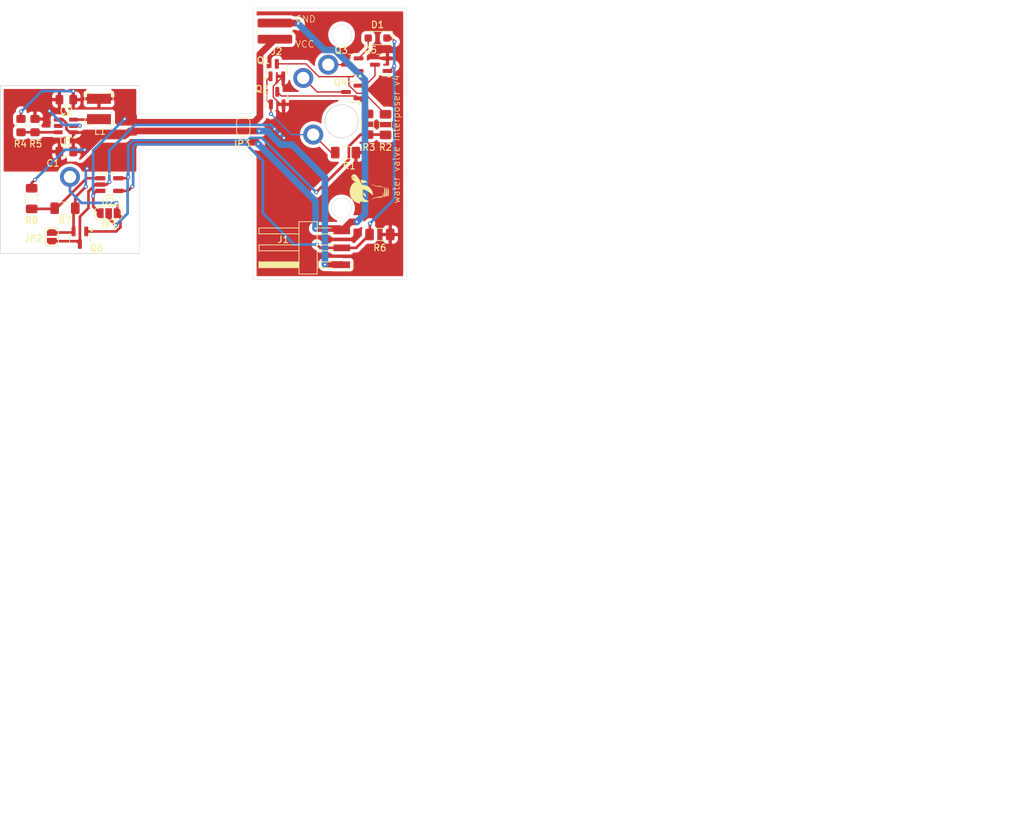
<source format=kicad_pcb>
(kicad_pcb (version 20240108) (generator "pcbnew") (generator_version "8.0")
  (title_block (title "Water Valve Interposer v4") (rev "1") (company "ColossalTurtle"))
  (layers (0 "F.Cu" signal) (31 "B.Cu" signal) (34 "B.Paste" user) (35 "F.Paste" user) (36 "B.SilkS" user "B.Silkscreen") (37 "F.SilkS" user "F.Silkscreen") (38 "B.Mask" user) (39 "F.Mask" user) (44 "Edge.Cuts" user))
  (net 0 "")
  (net 1 "GND")
  (net 2 "/Pad_C")
  (net 3 "/nPad_Ca")
  (net 4 "/nPad_Cb")
  (net 5 "Net-(D1-A)")
  (net 6 "/ctrl")
  (net 7 "/Pad_5")
  (net 8 "/Pad_6")
  (net 9 "VCC")
  (net 10 "Net-(Q4-S)")
  (net 11 "+3V0")
  (net 12 "Net-(U1-SW)")
  (net 13 "Net-(U1-FB)")
  (net 15 "Net-(U2-+)")
  (net 16 "/Pad_1")
  (net 17 "/SW_3V0")
  (net 18 "/SW_GND")
  (footprint "Inductor_SMD:L_Bourns-SRN4018" (layer "F.Cu") (at 144.6 72.4 90)
    (property "Reference" "L1" (at -3.35 0.15 0) (layer "F.SilkS"))
    (property "Value" "2.2u")
    (pad "1" smd rect (at -1.525 0 90) (size 1.5 3.6) (layers "F.Cu" "F.Paste" "F.Mask") (net 12 "Net-(U1-SW)"))
    (pad "2" smd rect (at 1.525 0 90) (size 1.5 3.6) (layers "F.Cu" "F.Paste" "F.Mask") (net 11 "+3V0"))
  )
  (footprint "Package_TO_SOT_SMD:SOT-23" (layer "F.Cu") (at 182.6125 65.75 180)
    (property "Reference" "Q3" (at 1.6625 2.15 180) (layer "F.SilkS"))
    (property "Value" "BSS138")
    (pad "1" smd roundrect (at -0.9375 -0.95 180) (size 1.475 0.6) (layers "F.Cu" "F.Paste" "F.Mask") (net 3 "/nPad_Ca"))
    (pad "2" smd roundrect (at -0.9375 0.95 180) (size 1.475 0.6) (layers "F.Cu" "F.Paste" "F.Mask") (net 5 "Net-(D1-A)"))
    (pad "3" smd roundrect (at 0.9375 0 180) (size 1.475 0.6) (layers "F.Cu" "F.Paste" "F.Mask") (net 7 "/Pad_5"))
  )
  (footprint "Jumper:SolderJumper-2_P1.3mm_Open_RoundedPad1.0x1.5mm" (layer "F.Cu") (at 137.525 91.6 90)
    (property "Reference" "JP2" (at -0.25 -2.775 0) (layer "F.SilkS"))
    (property "Value" "SolderJumper_2_Open")
    (pad "1" smd custom (at -0.65 0 90) (size 1 0.5) (layers "F.Cu" "F.Mask") (net 18 "/SW_GND") (options (clearance outline) (anchor rect)) (primitives (gr_circle (center 0 0.25) (end 0.5 0.25) (width 0) (fill yes)) (gr_circle (center 0 -0.25) (end 0.5 -0.25) (width 0) (fill yes)) (gr_poly (pts (xy 0.5 0.75) (xy 0 0.75) (xy 0 -0.75) (xy 0.5 -0.75)) (width 0) (fill yes))))
    (pad "2" smd custom (at 0.65 0 90) (size 1 0.5) (layers "F.Cu" "F.Mask") (net 1 "GND") (options (clearance outline) (anchor rect)) (primitives (gr_circle (center 0 0.25) (end 0.5 0.25) (width 0) (fill yes)) (gr_circle (center 0 -0.25) (end 0.5 -0.25) (width 0) (fill yes)) (gr_poly (pts (xy 0 0.75) (xy -0.5 0.75) (xy -0.5 -0.75) (xy 0 -0.75)) (width 0) (fill yes))))
  )
  (footprint "Resistor_SMD:R_0805_2012Metric_Pad1.20x1.40mm_HandSolder" (layer "F.Cu") (at 135 74.9 90)
    (property "Reference" "R5" (at -2.75 0.1 0) (layer "F.SilkS"))
    (property "Value" "100K")
    (pad "1" smd roundrect (at -1 0 90) (size 1.2 1.4) (layers "F.Cu" "F.Paste" "F.Mask") (roundrect_rratio 0.208333) (net 13 "Net-(U1-FB)"))
    (pad "2" smd roundrect (at 1 0 90) (size 1.2 1.4) (layers "F.Cu" "F.Paste" "F.Mask") (roundrect_rratio 0.208333) (net 1 "GND"))
  )
  (footprint "CT:Pad Connector" (layer "F.Cu") (at 140.25 82.6)
    (property "Reference" "TP4" (hide yes))
    (property "Value" "TestPoint")
    (pad "1" thru_hole circle (at 0 0) (size 3 3) (drill 1.85) (layers "*.Cu" "*.Mask") (net 16 "/Pad_1"))
  )
  (footprint "Package_TO_SOT_SMD:SOT-23" (layer "F.Cu") (at 141.7375 91.725 -90)
    (property "Reference" "Q6" (at 1.575 -2.5125 180) (layer "F.SilkS"))
    (property "Value" "BSS138")
    (pad "1" smd roundrect (at -0.9375 -0.95 270) (size 1.475 0.6) (layers "F.Cu" "F.Paste" "F.Mask") (net 16 "/Pad_1"))
    (pad "2" smd roundrect (at -0.9375 0.95 270) (size 1.475 0.6) (layers "F.Cu" "F.Paste" "F.Mask") (net 1 "GND"))
    (pad "3" smd roundrect (at 0.9375 0 270) (size 1.475 0.6) (layers "F.Cu" "F.Paste" "F.Mask") (net 18 "/SW_GND"))
  )
  (footprint "Jumper:SolderJumper-3_P1.3mm_Open_RoundedPad1.0x1.5mm" (layer "F.Cu") (at 146.05 88.05 180)
    (property "Reference" "JP1" (at 0 -1.8 180) (layer "F.SilkS"))
    (property "Value" "SolderJumper_3_Open")
    (pad "1" smd custom (at -1.3 0 180) (size 1 0.5) (layers "F.Cu" "F.Mask") (net 16 "/Pad_1") (options (clearance outline) (anchor rect)) (primitives (gr_circle (center 0 0.25) (end 0.5 0.25) (width 0) (fill yes)) (gr_circle (center 0 -0.25) (end 0.5 -0.25) (width 0) (fill yes)) (gr_poly (pts (xy 0.55 0.75) (xy 0 0.75) (xy 0 -0.75) (xy 0.55 -0.75)) (width 0) (fill yes))))
    (pad "2" smd rect (at 0 0 180) (size 1 1.5) (layers "F.Cu" "F.Mask") (net 17 "/SW_3V0"))
    (pad "3" smd custom (at 1.3 0 180) (size 1 0.5) (layers "F.Cu" "F.Mask") (net 11 "+3V0") (options (clearance outline) (anchor rect)) (primitives (gr_circle (center 0 0.25) (end 0.5 0.25) (width 0) (fill yes)) (gr_circle (center 0 -0.25) (end 0.5 -0.25) (width 0) (fill yes)) (gr_poly (pts (xy 0 0.75) (xy -0.55 0.75) (xy -0.55 -0.75) (xy 0 -0.75)) (width 0) (fill yes))))
  )
  (footprint "Resistor_SMD:R_1206_3216Metric_Pad1.30x1.75mm_HandSolder" (layer "F.Cu") (at 187.6 74.75 -90)
    (property "Reference" "R2" (at 3.4 0 180) (layer "F.SilkS"))
    (property "Value" "100K")
    (pad "1" smd roundrect (at -1.55 0 270) (size 1.3 1.75) (layers "F.Cu" "F.Paste" "F.Mask") (roundrect_rratio 0.192308) (net 3 "/nPad_Ca"))
    (pad "2" smd roundrect (at 1.55 0 270) (size 1.3 1.75) (layers "F.Cu" "F.Paste" "F.Mask") (roundrect_rratio 0.192308) (net 17 "/SW_3V0"))
  )
  (footprint "Package_TO_SOT_SMD:SOT-23" (layer "F.Cu") (at 186.95 65.75 180)
    (property "Reference" "Q5" (at 1.65 2.2 180) (layer "F.SilkS"))
    (property "Value" "BSS138")
    (pad "1" smd roundrect (at -0.9375 -0.95 180) (size 1.475 0.6) (layers "F.Cu" "F.Paste" "F.Mask") (net 6 "/ctrl"))
    (pad "2" smd roundrect (at -0.9375 0.95 180) (size 1.475 0.6) (layers "F.Cu" "F.Paste" "F.Mask") (net 18 "/SW_GND"))
    (pad "3" smd roundrect (at 0.9375 0 180) (size 1.475 0.6) (layers "F.Cu" "F.Paste" "F.Mask") (net 10 "Net-(Q4-S)"))
  )
  (footprint "CT:Pad Connector" (layer "F.Cu") (at 179 65.75)
    (property "Reference" "TP2" (hide yes))
    (property "Value" "TestPoint")
    (pad "1" thru_hole circle (at 0 0) (size 3 3) (drill 1.85) (layers "*.Cu" "*.Mask") (net 7 "/Pad_5"))
  )
  (footprint "Capacitor_SMD:C_0805_2012Metric_Pad1.18x1.45mm_HandSolder" (layer "F.Cu") (at 139.7 71 180)
    (property "Reference" "C2" (at 0 -1.68 180) (layer "F.SilkS"))
    (property "Value" "10u")
    (pad "1" smd roundrect (at -1.0375 0 180) (size 1.175 1.45) (layers "F.Cu" "F.Paste" "F.Mask") (roundrect_rratio 0.212766) (net 11 "+3V0"))
    (pad "2" smd roundrect (at 1.0375 0 180) (size 1.175 1.45) (layers "F.Cu" "F.Paste" "F.Mask") (roundrect_rratio 0.212766) (net 1 "GND"))
  )
  (footprint "Package_TO_SOT_SMD:SOT-23" (layer "F.Cu") (at 171.35 70.7625 90)
    (property "Reference" "Q2" (at 1.3625 -2.3 0) (layer "F.SilkS"))
    (property "Value" "BSS138")
    (pad "1" smd roundrect (at -0.9375 -0.95 90) (size 1.475 0.6) (layers "F.Cu" "F.Paste" "F.Mask") (net 2 "/Pad_C"))
    (pad "2" smd roundrect (at -0.9375 0.95 90) (size 1.475 0.6) (layers "F.Cu" "F.Paste" "F.Mask") (net 18 "/SW_GND"))
    (pad "3" smd roundrect (at 0.9375 0 90) (size 1.475 0.6) (layers "F.Cu" "F.Paste" "F.Mask") (net 4 "/nPad_Cb"))
  )
  (footprint "Capacitor_SMD:C_0805_2012Metric_Pad1.18x1.45mm_HandSolder" (layer "F.Cu") (at 139.7 78.8 180)
    (property "Reference" "C1" (at 2 -1.75 180) (layer "F.SilkS"))
    (property "Value" "4.7u")
    (pad "1" smd roundrect (at -1.0375 0 180) (size 1.175 1.45) (layers "F.Cu" "F.Paste" "F.Mask") (roundrect_rratio 0.212766) (net 9 "VCC"))
    (pad "2" smd roundrect (at 1.0375 0 180) (size 1.175 1.45) (layers "F.Cu" "F.Paste" "F.Mask") (roundrect_rratio 0.212766) (net 1 "GND"))
  )
  (footprint "Package_TO_SOT_SMD:SOT-23" (layer "F.Cu") (at 171.2875 66.5625 90)
    (property "Reference" "Q1" (at 1.4375 -2 0) (layer "F.SilkS"))
    (property "Value" "BSS138")
    (pad "1" smd roundrect (at -0.9375 -0.95 90) (size 1.475 0.6) (layers "F.Cu" "F.Paste" "F.Mask") (net 2 "/Pad_C"))
    (pad "2" smd roundrect (at -0.9375 0.95 90) (size 1.475 0.6) (layers "F.Cu" "F.Paste" "F.Mask") (net 18 "/SW_GND"))
    (pad "3" smd roundrect (at 0.9375 0 90) (size 1.475 0.6) (layers "F.Cu" "F.Paste" "F.Mask") (net 3 "/nPad_Ca"))
  )
  (footprint "CT:Pad Connector" (layer "F.Cu") (at 176.75 76.25)
    (property "Reference" "TP1" (hide yes))
    (property "Value" "TestPoint")
    (pad "1" thru_hole circle (at 0 0) (size 3 3) (drill 1.85) (layers "*.Cu" "*.Mask") (net 2 "/Pad_C"))
  )
  (footprint "Connector_Harwin:Harwin_M20-89003xx_1x03_P2.54mm_Horizontal" (layer "F.Cu") (at 175.5 93.25 180)
    (property "Reference" "J1" (at 3.25 1.25 180) (layer "F.SilkS"))
    (property "Value" "Conn_01x03")
    (pad "" smd rect (at 3.895 -2.54 180) (size 6 0.76) (layers "F.SilkS"))
    (pad "1" smd rect (at -5.525 -2.54 180) (size 2.5 1) (layers "F.Cu" "F.Paste" "F.Mask") (net 9 "VCC"))
    (pad "2" smd rect (at -5.525 0 180) (size 2.5 1) (layers "F.Cu" "F.Paste" "F.Mask") (net 6 "/ctrl"))
    (pad "3" smd rect (at -5.525 2.54 180) (size 2.5 1) (layers "F.Cu" "F.Paste" "F.Mask") (net 1 "GND"))
  )
  (footprint "Resistor_SMD:R_1206_3216Metric_Pad1.30x1.75mm_HandSolder" (layer "F.Cu") (at 134.5 85.85 90)
    (property "Reference" "R8" (at -3.25 0 0) (layer "F.SilkS"))
    (property "Value" "15K")
    (pad "1" smd roundrect (at -1.55 0 90) (size 1.3 1.75) (layers "F.Cu" "F.Paste" "F.Mask") (roundrect_rratio 0.192308) (net 15 "Net-(U2-+)"))
    (pad "2" smd roundrect (at 1.55 0 90) (size 1.3 1.75) (layers "F.Cu" "F.Paste" "F.Mask") (roundrect_rratio 0.192308) (net 9 "VCC"))
  )
  (footprint "Package_TO_SOT_SMD:SOT-23-5_HandSoldering" (layer "F.Cu") (at 146.15 83.75)
    (property "Reference" "U2" (at -0.2 2.55 0) (layer "F.SilkS"))
    (property "Value" "MCP6001U")
    (pad "1" smd roundrect (at -1.35 -0.95) (size 1.56 0.65) (layers "F.Cu" "F.Paste" "F.Mask") (net 15 "Net-(U2-+)"))
    (pad "2" smd roundrect (at -1.35 0) (size 1.56 0.65) (layers "F.Cu" "F.Paste" "F.Mask") (net 18 "/SW_GND"))
    (pad "3" smd roundrect (at -1.35 0.95) (size 1.56 0.65) (layers "F.Cu" "F.Paste" "F.Mask") (net 11 "+3V0"))
    (pad "4" smd roundrect (at 1.35 0.95) (size 1.56 0.65) (layers "F.Cu" "F.Paste" "F.Mask") (net 6 "/ctrl"))
    (pad "5" smd roundrect (at 1.35 -0.95) (size 1.56 0.65) (layers "F.Cu" "F.Paste" "F.Mask") (net 17 "/SW_3V0"))
  )
  (footprint "Resistor_SMD:R_1206_3216Metric_Pad1.30x1.75mm_HandSolder" (layer "F.Cu") (at 184.9 74.7 -90)
    (property "Reference" "R3" (at 3.45 -0.2 180) (layer "F.SilkS"))
    (property "Value" "100K")
    (pad "1" smd roundrect (at -1.55 0 270) (size 1.3 1.75) (layers "F.Cu" "F.Paste" "F.Mask") (roundrect_rratio 0.192308) (net 4 "/nPad_Cb"))
    (pad "2" smd roundrect (at 1.55 0 270) (size 1.3 1.75) (layers "F.Cu" "F.Paste" "F.Mask") (roundrect_rratio 0.192308) (net 17 "/SW_3V0"))
  )
  (footprint "Package_TO_SOT_SMD:SOT-23-6" (layer "F.Cu") (at 139.6375 74.95 180)
    (property "Reference" "U1" (at 0 -2.4 180) (layer "F.SilkS"))
    (property "Value" "TLV62568DDC")
    (pad "1" smd roundrect (at -1.1375 -0.95 180) (size 1.325 0.6) (layers "F.Cu" "F.Paste" "F.Mask") (net 9 "VCC"))
    (pad "2" smd roundrect (at -1.1375 0 180) (size 1.325 0.6) (layers "F.Cu" "F.Paste" "F.Mask") (net 1 "GND"))
    (pad "3" smd roundrect (at -1.1375 0.95 180) (size 1.325 0.6) (layers "F.Cu" "F.Paste" "F.Mask") (net 12 "Net-(U1-SW)"))
    (pad "4" smd roundrect (at 1.1375 0.95 180) (size 1.325 0.6) (layers "F.Cu" "F.Paste" "F.Mask") (net 9 "VCC"))
    (pad "5" smd roundrect (at 1.1375 0 180) (size 1.325 0.6) (layers "F.Cu" "F.Paste" "F.Mask"))
    (pad "6" smd roundrect (at 1.1375 -0.95 180) (size 1.325 0.6) (layers "F.Cu" "F.Paste" "F.Mask") (net 13 "Net-(U1-FB)"))
  )
  (footprint "Package_TO_SOT_SMD:SOT-23" (layer "F.Cu") (at 182.6 69.85 180)
    (property "Reference" "Q4" (at 1.8 1.45 180) (layer "F.SilkS"))
    (property "Value" "BSS138")
    (pad "1" smd roundrect (at -0.9375 -0.95 180) (size 1.475 0.6) (layers "F.Cu" "F.Paste" "F.Mask") (net 4 "/nPad_Cb"))
    (pad "2" smd roundrect (at -0.9375 0.95 180) (size 1.475 0.6) (layers "F.Cu" "F.Paste" "F.Mask") (net 10 "Net-(Q4-S)"))
    (pad "3" smd roundrect (at 0.9375 0 180) (size 1.475 0.6) (layers "F.Cu" "F.Paste" "F.Mask") (net 8 "/Pad_6"))
  )
  (footprint "Resistor_SMD:R_1020_2550Metric_Pad1.33x5.20mm_HandSolder" (layer "F.Cu") (at 171 60.7125 90)
    (property "Reference" "J2" (at -3.0375 0.25 0) (layer "F.SilkS"))
    (property "Value" "Conn_01x02")
    (pad "1" smd roundrect (at -1.2125 0 90) (size 1.325 5.2) (layers "F.Cu" "F.Paste" "F.Mask") (roundrect_rratio 0.188679) (net 11 "+3V0"))
    (pad "2" smd roundrect (at 1.2125 0 90) (size 1.325 5.2) (layers "F.Cu" "F.Paste" "F.Mask") (roundrect_rratio 0.188679) (net 1 "GND"))
  )
  (footprint "Diode_SMD:D_SOD-123F" (layer "F.Cu") (at 186.4 61.75 180)
    (property "Reference" "D1" (at 0 2 180) (layer "F.SilkS"))
    (property "Value" "BAT54WS")
    (pad "1" smd roundrect (at -1.4 0 180) (size 1.1 1.1) (layers "F.Cu" "F.Paste" "F.Mask") (roundrect_rratio 0.2272727273) (net 6 "/ctrl"))
    (pad "2" smd roundrect (at 1.4 0 180) (size 1.1 1.1) (layers "F.Cu" "F.Paste" "F.Mask") (roundrect_rratio 0.2272727273) (net 5 "Net-(D1-A)"))
  )
  (footprint "CT:logo_smaller" (layer "F.Cu") (at 185.15 84.4 90)
    (property "Reference" "G***" (hide yes))
    (property "Value" "LOGO" (hide yes))
  )
  (footprint "Resistor_SMD:R_0805_2012Metric_Pad1.20x1.40mm_HandSolder" (layer "F.Cu") (at 132.9 74.9 -90)
    (property "Reference" "R4" (at 2.75 0.1 180) (layer "F.SilkS"))
    (property "Value" "400K")
    (pad "1" smd roundrect (at -1 0 270) (size 1.2 1.4) (layers "F.Cu" "F.Paste" "F.Mask") (roundrect_rratio 0.208333) (net 11 "+3V0"))
    (pad "2" smd roundrect (at 1 0 270) (size 1.2 1.4) (layers "F.Cu" "F.Paste" "F.Mask") (roundrect_rratio 0.208333) (net 13 "Net-(U1-FB)"))
  )
  (footprint "Resistor_SMD:R_1206_3216Metric_Pad1.30x1.75mm_HandSolder" (layer "F.Cu") (at 139.5 87.3 180)
    (property "Reference" "R7" (at 0 -1.82 180) (layer "F.SilkS"))
    (property "Value" "15K")
    (pad "1" smd roundrect (at -1.55 0 180) (size 1.3 1.75) (layers "F.Cu" "F.Paste" "F.Mask") (roundrect_rratio 0.192308) (net 1 "GND"))
    (pad "2" smd roundrect (at 1.55 0 180) (size 1.3 1.75) (layers "F.Cu" "F.Paste" "F.Mask") (roundrect_rratio 0.192308) (net 15 "Net-(U2-+)"))
  )
  (footprint "CT:Pad Connector" (layer "F.Cu") (at 175.25 67.75)
    (property "Reference" "TP3" (hide yes))
    (property "Value" "TestPoint")
    (pad "1" thru_hole circle (at 0 0) (size 3 3) (drill 1.85) (layers "*.Cu" "*.Mask") (net 8 "/Pad_6"))
  )
  (footprint "Jumper:SolderJumper-2_P1.3mm_Open_RoundedPad1.0x1.5mm" (layer "F.Cu") (at 166.25 75.05 90)
    (property "Reference" "JP3" (at -2.55 -0.3 0) (layer "F.SilkS"))
    (property "Value" "SolderJumper_2_Open")
    (pad "1" smd custom (at -0.65 0 90) (size 1 0.5) (layers "F.Cu" "F.Mask") (net 9 "VCC") (options (clearance outline) (anchor rect)) (primitives (gr_circle (center 0 0.25) (end 0.5 0.25) (width 0) (fill yes)) (gr_circle (center 0 -0.25) (end 0.5 -0.25) (width 0) (fill yes)) (gr_poly (pts (xy 0.5 0.75) (xy 0 0.75) (xy 0 -0.75) (xy 0.5 -0.75)) (width 0) (fill yes))))
    (pad "2" smd custom (at 0.65 0 90) (size 1 0.5) (layers "F.Cu" "F.Mask") (net 11 "+3V0") (options (clearance outline) (anchor rect)) (primitives (gr_circle (center 0 0.25) (end 0.5 0.25) (width 0) (fill yes)) (gr_circle (center 0 -0.25) (end 0.5 -0.25) (width 0) (fill yes)) (gr_poly (pts (xy 0 0.75) (xy -0.5 0.75) (xy -0.5 -0.75) (xy 0 -0.75)) (width 0) (fill yes))))
  )
  (footprint "Resistor_SMD:R_1206_3216Metric_Pad1.30x1.75mm_HandSolder" (layer "F.Cu") (at 181.6 78.95)
    (property "Reference" "R1" (at 0.55 2 0) (layer "F.SilkS"))
    (property "Value" "15K")
    (pad "1" smd roundrect (at -1.55 0) (size 1.3 1.75) (layers "F.Cu" "F.Paste" "F.Mask") (roundrect_rratio 0.192308) (net 2 "/Pad_C"))
    (pad "2" smd roundrect (at 1.55 0) (size 1.3 1.75) (layers "F.Cu" "F.Paste" "F.Mask") (roundrect_rratio 0.192308) (net 18 "/SW_GND"))
  )
  (footprint "Resistor_SMD:R_1206_3216Metric_Pad1.30x1.75mm_HandSolder" (layer "F.Cu") (at 186.75 91.25)
    (property "Reference" "R6" (at 0 2 0) (layer "F.SilkS"))
    (property "Value" "15K")
    (pad "1" smd roundrect (at -1.55 0) (size 1.3 1.75) (layers "F.Cu" "F.Paste" "F.Mask") (roundrect_rratio 0.192308) (net 6 "/ctrl"))
    (pad "2" smd roundrect (at 1.55 0) (size 1.3 1.75) (layers "F.Cu" "F.Paste" "F.Mask") (roundrect_rratio 0.192308) (net 18 "/SW_GND"))
  )
  (gr_line (start 190.75 57.25) (end 190.75 98) (stroke (width 0.05)) (layer "Edge.Cuts"))
  (gr_line (start 166.4 78.4) (end 150.7 78.4) (stroke (width 0.05)) (layer "Edge.Cuts"))
  (gr_circle (center 181 74.25) (end 183.5 74.25) (stroke (width 0.1)) (fill none) (layer "Edge.Cuts"))
  (gr_line (start 167.75 57.25) (end 190.75 57.25) (stroke (width 0.05)) (layer "Edge.Cuts"))
  (gr_circle (center 181 61.25) (end 182.5 61.25) (stroke (width 0.05)) (fill none) (layer "Edge.Cuts"))
  (gr_line (start 167.75 73.1) (end 167.75 57.25) (stroke (width 0.05)) (layer "Edge.Cuts"))
  (gr_line (start 190.75 98) (end 167.75 98) (stroke (width 0.05)) (layer "Edge.Cuts"))
  (gr_circle (center 181 87.25) (end 182.5 87.25) (stroke (width 0.05)) (fill none) (layer "Edge.Cuts"))
  (gr_line (start 167.75 98) (end 167.75 79.75) (stroke (width 0.05)) (layer "Edge.Cuts"))
  (gr_line (start 129.8 68.9) (end 150.7 68.9) (stroke (width 0.1)) (layer "Edge.Cuts"))
  (gr_line (start 129.8 94.1) (end 129.8 68.9) (stroke (width 0.1)) (layer "Edge.Cuts"))
  (gr_line (start 150.7 94.1) (end 129.8 94.1) (stroke (width 0.1)) (layer "Edge.Cuts"))
  (gr_line (start 167.75 79.75) (end 166.4 78.4) (stroke (width 0.05)) (layer "Edge.Cuts"))
  (gr_line (start 167.75 73.1) (end 150.7 73.1) (stroke (width 0.05)) (layer "Edge.Cuts"))
  (gr_line (start 150.7 73.1) (end 150.7 68.9) (stroke (width 0.05)) (layer "Edge.Cuts"))
  (gr_line (start 150.7 94.1) (end 150.7 78.4) (stroke (width 0.05)) (layer "Edge.Cuts"))
  (gr_text "GND" (at 174 59.5 0) (layer "F.SilkS") (effects (font (size 1 1) (thickness 0.1)) (justify left bottom)))
  (gr_text "water valve interposer v4" (at 189.8 86.65 90) (layer "F.SilkS") (effects (font (size 1 1) (thickness 0.1)) (justify left bottom)))
  (gr_text "VCC" (at 174 63.25 0) (layer "F.SilkS") (effects (font (size 1 1) (thickness 0.1)) (justify left bottom)))
  (segment (start 166.814214 77.4) (end 149.55 77.4) (width 1) (layer "F.Cu") (net 1))
  (segment (start 177.1 90.35) (end 180.665 90.35) (width 1) (layer "F.Cu") (net 1))
  (segment (start 137.525 90.95) (end 140.625 90.95) (width 0.4) (layer "F.Cu") (net 1))
  (segment (start 174.4 59.5) (end 174.5 59.6) (width 1) (layer "F.Cu") (net 1))
  (segment (start 182.385 89.35) (end 181.025 90.71) (width 1) (layer "F.Cu") (net 1))
  (segment (start 183.3 89.35) (end 182.385 89.35) (width 1) (layer "F.Cu") (net 1))
  (segment (start 140.775 74.95) (end 141.7 74.95) (width 0.4) (layer "F.Cu") (net 1))
  (segment (start 168.25 77.4) (end 168.5 77.65) (width 1) (layer "F.Cu") (net 1))
  (segment (start 140.7875 90.7875) (end 140.7875 87.5625) (width 0.4) (layer "F.Cu") (net 1))
  (segment (start 141.05 85.65) (end 142.625 84.075) (width 0.4) (layer "F.Cu") (net 1))
  (segment (start 180.665 90.35) (end 181.025 90.71) (width 1) (layer "F.Cu") (net 1))
  (segment (start 166.814214 77.4) (end 168.25 77.4) (width 1) (layer "F.Cu") (net 1))
  (segment (start 140.7875 87.5625) (end 141.05 87.3) (width 0.4) (layer "F.Cu") (net 1))
  (segment (start 140.625 90.95) (end 140.7875 90.7875) (width 0.4) (layer "F.Cu") (net 1))
  (segment (start 141.05 87.3) (end 141.05 85.65) (width 0.4) (layer "F.Cu") (net 1))
  (segment (start 149.55 77.4) (end 147.3 79.65) (width 1) (layer "F.Cu") (net 1))
  (segment (start 171 59.5) (end 174.4 59.5) (width 1) (layer "F.Cu") (net 1))
  (segment (start 141.7 74.95) (end 141.725 74.925) (width 0.4) (layer "F.Cu") (net 1))
  (via (at 168.5 77.65) (size 0.6) (drill 0.3) (layers "F.Cu" "B.Cu") (net 1))
  (via (at 142.625 84.075) (size 0.6) (drill 0.3) (layers "F.Cu" "B.Cu") (net 1))
  (via (at 174.5 59.6) (size 0.6) (drill 0.3) (layers "F.Cu" "B.Cu") (net 1))
  (via (at 177.1 90.35) (size 0.6) (drill 0.3) (layers "F.Cu" "B.Cu") (net 1))
  (via (at 183.3 89.35) (size 0.6) (drill 0.3) (layers "F.Cu" "B.Cu") (net 1))
  (via (at 137.175 72.7) (size 0.6) (drill 0.3) (layers "F.Cu" "B.Cu") (net 1))
  (via (at 141.725 74.925) (size 0.6) (drill 0.3) (layers "F.Cu" "B.Cu") (net 1))
  (via (at 142.825 81.325) (size 0.6) (drill 0.3) (layers "F.Cu" "B.Cu") (net 1))
  (segment (start 178.45 63.55) (end 180 63.55) (width 1) (layer "B.Cu") (net 1))
  (segment (start 142.625 81.525) (end 142.825 81.325) (width 0.4) (layer "B.Cu") (net 1))
  (segment (start 141.6 74.8) (end 139.275 74.8) (width 0.4) (layer "B.Cu") (net 1))
  (segment (start 174.5 59.6) (end 178.45 63.55) (width 1) (layer "B.Cu") (net 1))
  (segment (start 168.5 77.65) (end 177.1 86.25) (width 1) (layer "B.Cu") (net 1))
  (segment (start 180 63.55) (end 184.511411 68.061411) (width 1) (layer "B.Cu") (net 1))
  (segment (start 184.511411 68.061411) (end 184.511411 88.138589) (width 1) (layer "B.Cu") (net 1))
  (segment (start 177.1 86.25) (end 177.1 90.35) (width 1) (layer "B.Cu") (net 1))
  (segment (start 139.275 74.8) (end 137.175 72.7) (width 0.4) (layer "B.Cu") (net 1))
  (segment (start 142.625 84.075) (end 142.625 81.525) (width 0.4) (layer "B.Cu") (net 1))
  (segment (start 141.725 74.925) (end 141.6 74.8) (width 0.4) (layer "B.Cu") (net 1))
  (segment (start 184.511411 88.138589) (end 183.3 89.35) (width 1) (layer "B.Cu") (net 1))
  (segment (start 170.3375 67.5) (end 169.8 68.0375) (width 0.2) (layer "F.Cu") (net 2))
  (segment (start 169.8 71.1) (end 170.4 71.7) (width 0.2) (layer "F.Cu") (net 2))
  (segment (start 179.45 78.95) (end 180.05 78.95) (width 0.2) (layer "F.Cu") (net 2))
  (segment (start 169.8 68.0375) (end 169.8 71.1) (width 0.2) (layer "F.Cu") (net 2))
  (segment (start 170.4 73.15) (end 170.4 71.7) (width 0.2) (layer "F.Cu") (net 2))
  (segment (start 176.75 76.25) (end 179.45 78.95) (width 0.2) (layer "F.Cu") (net 2))
  (via (at 170.4 73.15) (size 0.6) (drill 0.3) (layers "F.Cu" "B.Cu") (net 2))
  (segment (start 173.5 76.25) (end 170.4 73.15) (width 0.2) (layer "B.Cu") (net 2))
  (segment (start 176.75 76.25) (end 173.5 76.25) (width 0.2) (layer "B.Cu") (net 2))
  (segment (start 184.45 70.05) (end 183.3 70.05) (width 0.2) (layer "F.Cu") (net 3))
  (segment (start 187.6 73.2) (end 184.45 70.05) (width 0.2) (layer "F.Cu") (net 3))
  (segment (start 182.7 67.55) (end 183.55 66.7) (width 0.2) (layer "F.Cu") (net 3))
  (segment (start 183.3 70.05) (end 182.1 68.85) (width 0.2) (layer "F.Cu") (net 3))
  (segment (start 182.1 67.55) (end 182.7 67.55) (width 0.2) (layer "F.Cu") (net 3))
  (segment (start 171.2875 65.625) (end 175.670585 65.625) (width 0.2) (layer "F.Cu") (net 3))
  (segment (start 182.1 68.85) (end 182.1 67.55) (width 0.2) (layer "F.Cu") (net 3))
  (segment (start 177.595585 67.55) (end 182.1 67.55) (width 0.2) (layer "F.Cu") (net 3))
  (segment (start 175.670585 65.625) (end 177.595585 67.55) (width 0.2) (layer "F.Cu") (net 3))
  (segment (start 184.9 73.15) (end 184.9 72.1625) (width 0.2) (layer "F.Cu") (net 4))
  (segment (start 171.975 70.45) (end 183.1875 70.45) (width 0.2) (layer "F.Cu") (net 4))
  (segment (start 184.9 72.1625) (end 183.5375 70.8) (width 0.2) (layer "F.Cu") (net 4))
  (segment (start 171.35 69.825) (end 171.975 70.45) (width 0.2) (layer "F.Cu") (net 4))
  (segment (start 183.1875 70.45) (end 183.5375 70.8) (width 0.2) (layer "F.Cu") (net 4))
  (segment (start 185 63.35) (end 185 61.75) (width 0.2) (layer "F.Cu") (net 5))
  (segment (start 183.55 64.8) (end 185 63.35) (width 0.2) (layer "F.Cu") (net 5))
  (segment (start 188.4 61.75) (end 188.95 62.3) (width 0.4) (layer "F.Cu") (net 6))
  (segment (start 185.25 89.6) (end 185.25 91.2) (width 0.4) (layer "F.Cu") (net 6))
  (segment (start 183.2 93.25) (end 185.2 91.25) (width 0.4) (layer "F.Cu") (net 6))
  (segment (start 148.95 84.7) (end 149.6 84.05) (width 0.4) (layer "F.Cu") (net 6))
  (segment (start 147.5 84.7) (end 148.95 84.7) (width 0.4) (layer "F.Cu") (net 6))
  (segment (start 185.25 91.2) (end 185.2 91.25) (width 0.4) (layer "F.Cu") (net 6))
  (segment (start 188.15 66.7) (end 188.9 65.95) (width 0.2) (layer "F.Cu") (net 6))
  (segment (start 181.025 93.25) (end 177.8 93.25) (width 0.4) (layer "F.Cu") (net 6))
  (segment (start 187.8 61.75) (end 188.4 61.75) (width 0.4) (layer "F.Cu") (net 6))
  (segment (start 181.025 93.25) (end 183.2 93.25) (width 0.4) (layer "F.Cu") (net 6))
  (segment (start 187.8875 66.7) (end 188.15 66.7) (width 0.2) (layer "F.Cu") (net 6))
  (segment (start 177.8 93.25) (end 177.3 92.75) (width 0.4) (layer "F.Cu") (net 6))
  (via (at 188.9 65.95) (size 0.6) (drill 0.3) (layers "F.Cu" "B.Cu") (net 6))
  (via (at 149.6 84.05) (size 0.6) (drill 0.3) (layers "F.Cu" "B.Cu") (net 6))
  (via (at 188.95 62.3) (size 0.6) (drill 0.3) (layers "F.Cu" "B.Cu") (net 6))
  (via (at 185.25 89.6) (size 0.6) (drill 0.3) (layers "F.Cu" "B.Cu") (net 6))
  (via (at 177.3 92.75) (size 0.6) (drill 0.3) (layers "F.Cu" "B.Cu") (net 6))
  (segment (start 173.9 92.75) (end 169.2 88.05) (width 0.4) (layer "B.Cu") (net 6))
  (segment (start 188.9 85.95) (end 185.25 89.6) (width 0.4) (layer "B.Cu") (net 6))
  (segment (start 149.725 83.925) (end 149.725 78.1) (width 0.4) (layer "B.Cu") (net 6))
  (segment (start 188.9 62.35) (end 188.9 65.95) (width 0.4) (layer "B.Cu") (net 6))
  (segment (start 177.3 92.75) (end 173.9 92.75) (width 0.4) (layer "B.Cu") (net 6))
  (segment (start 150.125 77.7) (end 166.7 77.7) (width 0.4) (layer "B.Cu") (net 6))
  (segment (start 149.6 84.05) (end 149.725 83.925) (width 0.4) (layer "B.Cu") (net 6))
  (segment (start 149.725 78.1) (end 150.125 77.7) (width 0.4) (layer "B.Cu") (net 6))
  (segment (start 169.2 80.21005) (end 166.68995 77.7) (width 0.4) (layer "B.Cu") (net 6))
  (segment (start 188.95 62.3) (end 188.9 62.35) (width 0.4) (layer "B.Cu") (net 6))
  (segment (start 188.9 65.95) (end 188.9 85.95) (width 0.4) (layer "B.Cu") (net 6))
  (segment (start 169.2 88.05) (end 169.2 80.21005) (width 0.4) (layer "B.Cu") (net 6))
  (segment (start 181.675 65.75) (end 179 65.75) (width 0.2) (layer "F.Cu") (net 7))
  (segment (start 181.6625 69.85) (end 177.35 69.85) (width 0.2) (layer "F.Cu") (net 8))
  (segment (start 177.35 69.85) (end 175.25 67.75) (width 0.2) (layer "F.Cu") (net 8))
  (segment (start 166.25 75.7) (end 168.65 75.7) (width 1) (layer "F.Cu") (net 9))
  (segment (start 138.5 74) (end 139.162499 74) (width 0.4) (layer "F.Cu") (net 9))
  (segment (start 134.5 83.525) (end 135 83.025) (width 0.4) (layer "F.Cu") (net 9))
  (segment (start 149.25 75.7) (end 148.65 76.3) (width 1) (layer "F.Cu") (net 9))
  (segment (start 166.25 75.7) (end 149.25 75.7) (width 1) (layer "F.Cu") (net 9))
  (segment (start 139.162499 74) (end 139.7125 74.550001) (width 0.4) (layer "F.Cu") (net 9))
  (segment (start 178.5 95.75) (end 180.985 95.75) (width 1) (layer "F.Cu") (net 9))
  (segment (start 139.7125 74.550001) (end 139.7125 75.4125) (width 0.4) (layer "F.Cu") (net 9))
  (segment (start 140.2 75.9) (end 140.775 75.9) (width 0.4) (layer "F.Cu") (net 9))
  (segment (start 139.7125 75.4125) (end 140.2 75.9) (width 0.4) (layer "F.Cu") (net 9))
  (segment (start 180.985 95.75) (end 181.025 95.79) (width 1) (layer "F.Cu") (net 9))
  (segment (start 134.5 84.3) (end 134.5 83.525) (width 0.4) (layer "F.Cu") (net 9))
  (via (at 178.5 95.75) (size 0.6) (drill 0.3) (layers "F.Cu" "B.Cu") (net 9))
  (via (at 135 83.025) (size 0.6) (drill 0.3) (layers "F.Cu" "B.Cu") (net 9))
  (via (at 142.45 78.525) (size 0.6) (drill 0.3) (layers "F.Cu" "B.Cu") (net 9))
  (via (at 168.65 75.7) (size 0.6) (drill 0.3) (layers "F.Cu" "B.Cu") (net 9))
  (segment (start 135 83.025) (end 139.5 78.525) (width 0.4) (layer "B.Cu") (net 9))
  (segment (start 178.5 82.7) (end 178.5 95.75) (width 1) (layer "B.Cu") (net 9))
  (segment (start 171.885786 77.75) (end 173.55 77.75) (width 1) (layer "B.Cu") (net 9))
  (segment (start 173.55 77.75) (end 178.5 82.7) (width 1) (layer "B.Cu") (net 9))
  (segment (start 169.95 75.7) (end 169.95 75.814214) (width 1) (layer "B.Cu") (net 9))
  (segment (start 139.5 78.525) (end 142.45 78.525) (width 0.4) (layer "B.Cu") (net 9))
  (segment (start 169.95 75.814214) (end 171.885786 77.75) (width 1) (layer "B.Cu") (net 9))
  (segment (start 168.65 75.7) (end 169.95 75.7) (width 1) (layer "B.Cu") (net 9))
  (segment (start 186.0125 65.75) (end 186.0125 67.4125) (width 0.2) (layer "F.Cu") (net 10))
  (segment (start 186.0125 67.4125) (end 184.525 68.9) (width 0.2) (layer "F.Cu") (net 10))
  (segment (start 184.525 68.9) (end 183.5375 68.9) (width 0.2) (layer "F.Cu") (net 10))
  (segment (start 166.25 74.4) (end 148.95 74.4) (width 1) (layer "F.Cu") (net 11))
  (segment (start 143.75 85.5) (end 143.725 85.475) (width 0.4) (layer "F.Cu") (net 11))
  (segment (start 144.75 88.05) (end 143.75 87.05) (width 0.4) (layer "F.Cu") (net 11))
  (segment (start 143.75 85.45) (end 143.75 85.175) (width 0.4) (layer "F.Cu") (net 11))
  (segment (start 143.725 85.475) (end 143.75 85.45) (width 0.4) (layer "F.Cu") (net 11))
  (segment (start 132.9 73.9) (end 132.9 72.825) (width 0.4) (layer "F.Cu") (net 11))
  (segment (start 168.75 64.175) (end 171 61.925) (width 1) (layer "F.Cu") (net 11))
  (segment (start 132.9 72.825) (end 132.925 72.8) (width 0.4) (layer "F.Cu") (net 11))
  (segment (start 144.225 84.7) (end 144.8 84.7) (width 0.4) (layer "F.Cu") (net 11))
  (segment (start 168.75 73.514214) (end 168.75 64.175) (width 1) (layer "F.Cu") (net 11))
  (segment (start 167.864214 74.4) (end 168.75 73.514214) (width 1) (layer "F.Cu") (net 11))
  (segment (start 143.75 87.05) (end 143.75 85.5) (width 0.4) (layer "F.Cu") (net 11))
  (segment (start 166.25 74.4) (end 167.864214 74.4) (width 1) (layer "F.Cu") (net 11))
  (segment (start 148.95 74.4) (end 148.45 73.9) (width 1) (layer "F.Cu") (net 11))
  (segment (start 143.75 85.175) (end 144.225 84.7) (width 0.4) (layer "F.Cu") (net 11))
  (via (at 140.75 69.725) (size 0.6) (drill 0.3) (layers "F.Cu" "B.Cu") (net 11))
  (via (at 143.725 85.475) (size 0.6) (drill 0.3) (layers "F.Cu" "B.Cu") (net 11))
  (via (at 132.925 72.8) (size 0.6) (drill 0.3) (layers "F.Cu" "B.Cu") (net 11))
  (via (at 148.45 73.9) (size 0.6) (drill 0.3) (layers "F.Cu" "B.Cu") (net 11))
  (segment (start 132.925 72.8) (end 136 69.725) (width 0.4) (layer "B.Cu") (net 11))
  (segment (start 143.725 85.475) (end 143.725 78.625) (width 0.4) (layer "B.Cu") (net 11))
  (segment (start 136 69.725) (end 140.75 69.725) (width 0.4) (layer "B.Cu") (net 11))
  (segment (start 143.725 78.625) (end 148.45 73.9) (width 0.4) (layer "B.Cu") (net 11))
  (segment (start 140.775 74) (end 144.525 74) (width 0.4) (layer "F.Cu") (net 12))
  (segment (start 144.525 74) (end 144.6 73.925) (width 0.4) (layer "F.Cu") (net 12))
  (segment (start 135 75.9) (end 132.9 75.9) (width 0.4) (layer "F.Cu") (net 13))
  (segment (start 135 75.9) (end 138.5 75.9) (width 0.4) (layer "F.Cu") (net 13))
  (segment (start 137.85 87.4) (end 137.95 87.3) (width 0.4) (layer "F.Cu") (net 15))
  (segment (start 142.737006 82.8) (end 138.237006 87.3) (width 0.4) (layer "F.Cu") (net 15))
  (segment (start 144.8 82.8) (end 142.737006 82.8) (width 0.4) (layer "F.Cu") (net 15))
  (segment (start 138.237006 87.3) (end 137.95 87.3) (width 0.4) (layer "F.Cu") (net 15))
  (segment (start 134.5 87.4) (end 137.85 87.4) (width 0.4) (layer "F.Cu") (net 15))
  (segment (start 147.35 86.625) (end 147.225 86.5) (width 0.4) (layer "F.Cu") (net 16))
  (segment (start 147.825 88.525) (end 147.35 88.05) (width 0.4) (layer "F.Cu") (net 16))
  (segment (start 147.35 88.05) (end 147.35 86.625) (width 0.4) (layer "F.Cu") (net 16))
  (segment (start 142.6875 90.7875) (end 147.17745 90.7875) (width 0.4) (layer "F.Cu") (net 16))
  (segment (start 147.17745 90.7875) (end 147.825 90.13995) (width 0.4) (layer "F.Cu") (net 16))
  (segment (start 147.825 90.13995) (end 147.825 88.525) (width 0.4) (layer "F.Cu") (net 16))
  (via (at 147.225 86.5) (size 0.6) (drill 0.3) (layers "F.Cu" "B.Cu") (net 16))
  (segment (start 140.25 84.775) (end 140.25 82.6) (width 0.4) (layer "B.Cu") (net 16))
  (segment (start 141.975 86.5) (end 140.25 84.775) (width 0.4) (layer "B.Cu") (net 16))
  (segment (start 147.225 86.5) (end 141.975 86.5) (width 0.4) (layer "B.Cu") (net 16))
  (segment (start 184.9 76.25) (end 187.55 76.25) (width 0.4) (layer "F.Cu") (net 17))
  (segment (start 182.1 78) (end 183.85 76.25) (width 0.4) (layer "F.Cu") (net 17))
  (segment (start 177.2 84.9) (end 182.1 80) (width 0.4) (layer "F.Cu") (net 17))
  (segment (start 146.05 88.05) (end 146.05 88.775) (width 0.4) (layer "F.Cu") (net 17))
  (segment (start 187.55 76.25) (end 187.6 76.3) (width 0.4) (layer "F.Cu") (net 17))
  (segment (start 148.85 82.8) (end 149 82.65) (width 0.4) (layer "F.Cu") (net 17))
  (segment (start 146.05 88.775) (end 147.125 89.85) (width 0.4) (layer "F.Cu") (net 17))
  (segment (start 183.85 76.25) (end 184.9 76.25) (width 0.4) (layer "F.Cu") (net 17))
  (segment (start 147.5 82.8) (end 148.85 82.8) (width 0.4) (layer "F.Cu") (net 17))
  (segment (start 182.1 80) (end 182.1 78) (width 0.4) (layer "F.Cu") (net 17))
  (via (at 149 82.65) (size 0.6) (drill 0.3) (layers "F.Cu" "B.Cu") (net 17))
  (via (at 177.2 84.9) (size 0.6) (drill 0.3) (layers "F.Cu" "B.Cu") (net 17))
  (via (at 147.125 89.85) (size 0.6) (drill 0.3) (layers "F.Cu" "B.Cu") (net 17))
  (segment (start 148.9 82.175) (end 149 82.075) (width 0.4) (layer "B.Cu") (net 17))
  (segment (start 149.775 77.1) (end 149 77.875) (width 0.4) (layer "B.Cu") (net 17))
  (segment (start 167.325 76.75) (end 169.05 76.75) (width 0.4) (layer "B.Cu") (net 17))
  (segment (start 166.975 77.1) (end 167.325 76.75) (width 0.4) (layer "B.Cu") (net 17))
  (segment (start 169.05 76.75) (end 177.2 84.9) (width 0.4) (layer "B.Cu") (net 17))
  (segment (start 147.125 89.85) (end 148.9 88.075) (width 0.4) (layer "B.Cu") (net 17))
  (segment (start 149 82.075) (end 149 82.65) (width 0.4) (layer "B.Cu") (net 17))
  (segment (start 149 77.875) (end 149 82.075) (width 0.4) (layer "B.Cu") (net 17))
  (segment (start 166.975 77.1) (end 149.775 77.1) (width 0.4) (layer "B.Cu") (net 17))
  (segment (start 148.9 88.075) (end 148.9 82.175) (width 0.4) (layer "B.Cu") (net 17))
  (segment (start 145.75 83.75) (end 146.15 83.35) (width 0.4) (layer "F.Cu") (net 18))
  (segment (start 172.3 71.7) (end 171.846948 71.7) (width 0.2) (layer "F.Cu") (net 18))
  (segment (start 171.846948 71.7) (end 170.75 70.603052) (width 0.2) (layer "F.Cu") (net 18))
  (segment (start 143.025 84.8) (end 144.075 83.75) (width 0.4) (layer "F.Cu") (net 18))
  (segment (start 137.525 92.25) (end 141.325 92.25) (width 0.4) (layer "F.Cu") (net 18))
  (segment (start 170.75 68.9875) (end 172.2375 67.5) (width 0.2) (layer "F.Cu") (net 18))
  (segment (start 141.325 92.25) (end 141.7375 92.6625) (width 0.4) (layer "F.Cu") (net 18))
  (segment (start 143.025 87.276166) (end 143.025 84.8) (width 0.4) (layer "F.Cu") (net 18))
  (segment (start 144.8 83.75) (end 145.75 83.75) (width 0.4) (layer "F.Cu") (net 18))
  (segment (start 141.7375 92.6625) (end 141.7375 88.563666) (width 0.4) (layer "F.Cu") (net 18))
  (segment (start 170.75 70.603052) (end 170.75 68.9875) (width 0.2) (layer "F.Cu") (net 18))
  (segment (start 144.075 83.75) (end 144.8 83.75) (width 0.4) (layer "F.Cu") (net 18))
  (segment (start 141.7375 88.563666) (end 143.025 87.276166) (width 0.4) (layer "F.Cu") (net 18))
  (via (at 172.35 76.75) (size 0.6) (drill 0.3) (layers "F.Cu" "B.Cu") (net 18))
  (via (at 170.95 75.4) (size 0.6) (drill 0.3) (layers "F.Cu" "B.Cu") (net 18))
  (via (at 171.75 76.15) (size 0.6) (drill 0.3) (layers "F.Cu" "B.Cu") (net 18))
  (via (at 146.15 83.35) (size 0.6) (drill 0.3) (layers "F.Cu" "B.Cu") (net 18))
  (segment (start 150 74.8) (end 170.4 74.8) (width 0.4) (layer "B.Cu") (net 18))
  (segment (start 170.4 74.8) (end 170.95 75.35) (width 0.4) (layer "B.Cu") (net 18))
  (segment (start 171 75.4) (end 171.75 76.15) (width 0.4) (layer "B.Cu") (net 18))
  (segment (start 149.2 75.6) (end 146.15 78.65) (width 0.4) (layer "B.Cu") (net 18))
  (segment (start 171.75 76.15) (end 172.35 76.75) (width 0.4) (layer "B.Cu") (net 18))
  (segment (start 146.15 78.65) (end 146.15 83.35) (width 0.4) (layer "B.Cu") (net 18))
  (segment (start 170.95 75.35) (end 170.95 75.4) (width 0.4) (layer "B.Cu") (net 18))
  (segment (start 149.2 75.6) (end 150 74.8) (width 0.4) (layer "B.Cu") (net 18))
  (segment (start 170.95 75.4) (end 171 75.4) (width 0.4) (layer "B.Cu") (net 18))
  (zone (net 1) (net_name "GND") (layer "F.Cu") (priority 1) (connect_pads (clearance 0.5)) (min_thickness 0.25) (fill yes (thermal_gap 0.5) (thermal_bridge_width 0.5))
    (polygon (pts (xy 130.1 69.2) (xy 139.8 69.2) (xy 139.8 80.3) (xy 142.1 80.3) (xy 145.083527 77.35) (xy 150.3 77.35) (xy 150.3 81.8) (xy 139.8 81.8) (xy 130.1 81.8)))
  )
  (zone (net 11) (net_name "+3V0") (layer "F.Cu") (priority 2) (connect_pads (clearance 0.5)) (min_thickness 0.25) (fill yes (thermal_gap 0.5) (thermal_bridge_width 0.5))
    (polygon (pts (xy 140 69.2) (xy 150.3 69.2) (xy 150.3 74.9) (xy 147.4 74.9) (xy 147 74.5) (xy 147 72.8) (xy 146.7 72.5) (xy 140 72.5)))
  )
  (zone (net 18) (net_name "/SW_GND") (layer "F.Cu") (connect_pads (clearance 0.5)) (min_thickness 0.25) (fill yes (thermal_gap 0.5) (thermal_bridge_width 0.5))
    (polygon (pts (xy 167.95 57.5) (xy 190.4 57.5) (xy 190.5 57.6) (xy 190.5 97.75) (xy 168.15 97.75) (xy 167.95 97.55)))
  )
  (zone (net 9) (net_name "VCC") (layer "F.Cu") (priority 3) (connect_pads (clearance 0.5)) (min_thickness 0.25) (fill yes (thermal_gap 0.5) (thermal_bridge_width 0.5))
    (polygon (pts (xy 140.1 75.5) (xy 150.3 75.5) (xy 150.3 76.95) (xy 144.95 76.95) (xy 141.9 80) (xy 140.1 80)))
  )
)
</source>
